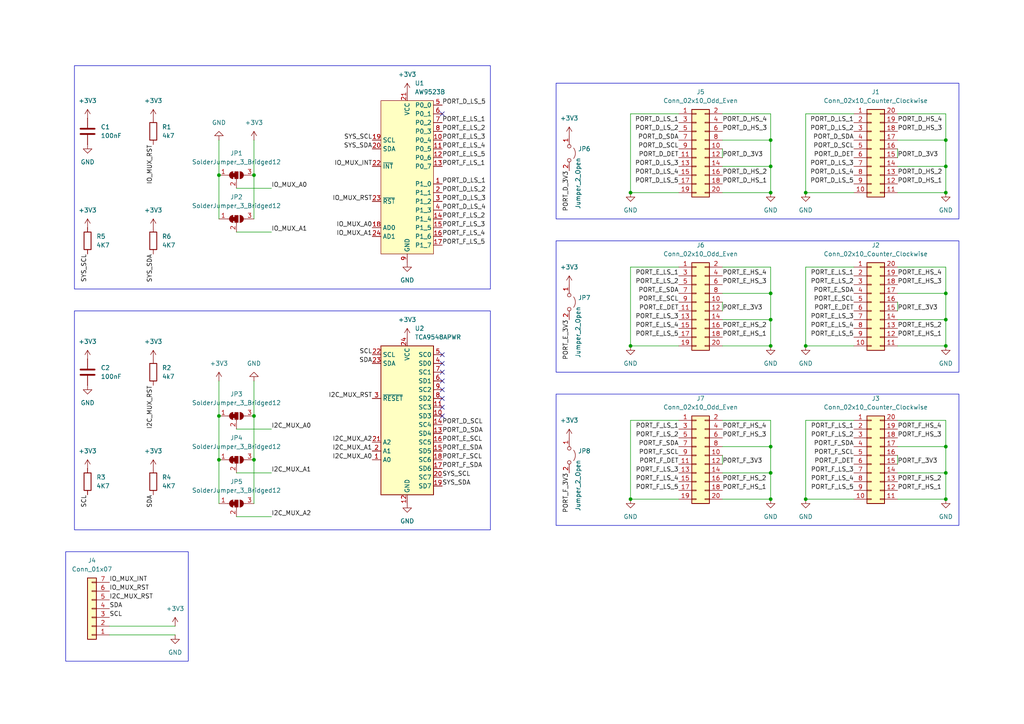
<source format=kicad_sch>
(kicad_sch (version 20231120) (generator "eeschema") (generator_version "8.0")
  (paper "A4")
  (lib_symbols
    (symbol "Connector_Generic:Conn_01x07" (pin_names (offset 1.016) hide)
      (property "Reference" "J" (at 0 10.16 0))
      (property "Value" "Conn_01x07" (at 0 -10.16 0))
      (symbol "Conn_01x07_1_1"
        (rectangle (start -1.27 -7.493) (end 0 -7.747) (stroke (width 0.1524)))
        (rectangle (start -1.27 -4.953) (end 0 -5.207) (stroke (width 0.1524)))
        (rectangle (start -1.27 -2.413) (end 0 -2.667) (stroke (width 0.1524)))
        (rectangle (start -1.27 0.127) (end 0 -0.127) (stroke (width 0.1524)))
        (rectangle (start -1.27 2.667) (end 0 2.413) (stroke (width 0.1524)))
        (rectangle (start -1.27 5.207) (end 0 4.953) (stroke (width 0.1524)))
        (rectangle (start -1.27 7.747) (end 0 7.493) (stroke (width 0.1524)))
        (rectangle (start -1.27 8.89) (end 1.27 -8.89) (stroke (width 0.254)) (fill (type background)))
        (pin passive line (at -5.08 7.62 0) (length 3.81) (name "Pin_1") (number "1"))
        (pin passive line (at -5.08 5.08 0) (length 3.81) (name "Pin_2") (number "2"))
        (pin passive line (at -5.08 2.54 0) (length 3.81) (name "Pin_3") (number "3"))
        (pin passive line (at -5.08 0 0) (length 3.81) (name "Pin_4") (number "4"))
        (pin passive line (at -5.08 -2.54 0) (length 3.81) (name "Pin_5") (number "5"))
        (pin passive line (at -5.08 -5.08 0) (length 3.81) (name "Pin_6") (number "6"))
        (pin passive line (at -5.08 -7.62 0) (length 3.81) (name "Pin_7") (number "7"))
      )
    )
    (symbol "Connector_Generic:Conn_02x10_Counter_Clockwise" (pin_names (offset 1.016) hide)
      (property "Reference" "J" (at 1.27 12.7 0))
      (property "Value" "Conn_02x10_Counter_Clockwise" (at 1.27 -15.24 0))
      (symbol "Conn_02x10_Counter_Clockwise_1_1"
        (rectangle (start -1.27 -12.573) (end 0 -12.827) (stroke (width 0.1524)))
        (rectangle (start -1.27 -10.033) (end 0 -10.287) (stroke (width 0.1524)))
        (rectangle (start -1.27 -7.493) (end 0 -7.747) (stroke (width 0.1524)))
        (rectangle (start -1.27 -4.953) (end 0 -5.207) (stroke (width 0.1524)))
        (rectangle (start -1.27 -2.413) (end 0 -2.667) (stroke (width 0.1524)))
        (rectangle (start -1.27 0.127) (end 0 -0.127) (stroke (width 0.1524)))
        (rectangle (start -1.27 2.667) (end 0 2.413) (stroke (width 0.1524)))
        (rectangle (start -1.27 5.207) (end 0 4.953) (stroke (width 0.1524)))
        (rectangle (start -1.27 7.747) (end 0 7.493) (stroke (width 0.1524)))
        (rectangle (start -1.27 10.287) (end 0 10.033) (stroke (width 0.1524)))
        (rectangle (start -1.27 11.43) (end 3.81 -13.97) (stroke (width 0.254)) (fill (type background)))
        (rectangle (start 3.81 -12.573) (end 2.54 -12.827) (stroke (width 0.1524)))
        (rectangle (start 3.81 -10.033) (end 2.54 -10.287) (stroke (width 0.1524)))
        (rectangle (start 3.81 -7.493) (end 2.54 -7.747) (stroke (width 0.1524)))
        (rectangle (start 3.81 -4.953) (end 2.54 -5.207) (stroke (width 0.1524)))
        (rectangle (start 3.81 -2.413) (end 2.54 -2.667) (stroke (width 0.1524)))
        (rectangle (start 3.81 0.127) (end 2.54 -0.127) (stroke (width 0.1524)))
        (rectangle (start 3.81 2.667) (end 2.54 2.413) (stroke (width 0.1524)))
        (rectangle (start 3.81 5.207) (end 2.54 4.953) (stroke (width 0.1524)))
        (rectangle (start 3.81 7.747) (end 2.54 7.493) (stroke (width 0.1524)))
        (rectangle (start 3.81 10.287) (end 2.54 10.033) (stroke (width 0.1524)))
        (pin passive line (at -5.08 10.16 0) (length 3.81) (name "Pin_1") (number "1"))
        (pin passive line (at -5.08 -12.7 0) (length 3.81) (name "Pin_10") (number "10"))
        (pin passive line (at 7.62 -12.7 180) (length 3.81) (name "Pin_11") (number "11"))
        (pin passive line (at 7.62 -10.16 180) (length 3.81) (name "Pin_12") (number "12"))
        (pin passive line (at 7.62 -7.62 180) (length 3.81) (name "Pin_13") (number "13"))
        (pin passive line (at 7.62 -5.08 180) (length 3.81) (name "Pin_14") (number "14"))
        (pin passive line (at 7.62 -2.54 180) (length 3.81) (name "Pin_15") (number "15"))
        (pin passive line (at 7.62 0 180) (length 3.81) (name "Pin_16") (number "16"))
        (pin passive line (at 7.62 2.54 180) (length 3.81) (name "Pin_17") (number "17"))
        (pin passive line (at 7.62 5.08 180) (length 3.81) (name "Pin_18") (number "18"))
        (pin passive line (at 7.62 7.62 180) (length 3.81) (name "Pin_19") (number "19"))
        (pin passive line (at -5.08 7.62 0) (length 3.81) (name "Pin_2") (number "2"))
        (pin passive line (at 7.62 10.16 180) (length 3.81) (name "Pin_20") (number "20"))
        (pin passive line (at -5.08 5.08 0) (length 3.81) (name "Pin_3") (number "3"))
        (pin passive line (at -5.08 2.54 0) (length 3.81) (name "Pin_4") (number "4"))
        (pin passive line (at -5.08 0 0) (length 3.81) (name "Pin_5") (number "5"))
        (pin passive line (at -5.08 -2.54 0) (length 3.81) (name "Pin_6") (number "6"))
        (pin passive line (at -5.08 -5.08 0) (length 3.81) (name "Pin_7") (number "7"))
        (pin passive line (at -5.08 -7.62 0) (length 3.81) (name "Pin_8") (number "8"))
        (pin passive line (at -5.08 -10.16 0) (length 3.81) (name "Pin_9") (number "9"))
      )
    )
    (symbol "Connector_Generic:Conn_02x10_Odd_Even" (pin_names (offset 1.016) hide)
      (property "Reference" "J" (at 1.27 12.7 0))
      (property "Value" "Conn_02x10_Odd_Even" (at 1.27 -15.24 0))
      (symbol "Conn_02x10_Odd_Even_1_1"
        (rectangle (start -1.27 -12.573) (end 0 -12.827) (stroke (width 0.1524)))
        (rectangle (start -1.27 -10.033) (end 0 -10.287) (stroke (width 0.1524)))
        (rectangle (start -1.27 -7.493) (end 0 -7.747) (stroke (width 0.1524)))
        (rectangle (start -1.27 -4.953) (end 0 -5.207) (stroke (width 0.1524)))
        (rectangle (start -1.27 -2.413) (end 0 -2.667) (stroke (width 0.1524)))
        (rectangle (start -1.27 0.127) (end 0 -0.127) (stroke (width 0.1524)))
        (rectangle (start -1.27 2.667) (end 0 2.413) (stroke (width 0.1524)))
        (rectangle (start -1.27 5.207) (end 0 4.953) (stroke (width 0.1524)))
        (rectangle (start -1.27 7.747) (end 0 7.493) (stroke (width 0.1524)))
        (rectangle (start -1.27 10.287) (end 0 10.033) (stroke (width 0.1524)))
        (rectangle (start -1.27 11.43) (end 3.81 -13.97) (stroke (width 0.254)) (fill (type background)))
        (rectangle (start 3.81 -12.573) (end 2.54 -12.827) (stroke (width 0.1524)))
        (rectangle (start 3.81 -10.033) (end 2.54 -10.287) (stroke (width 0.1524)))
        (rectangle (start 3.81 -7.493) (end 2.54 -7.747) (stroke (width 0.1524)))
        (rectangle (start 3.81 -4.953) (end 2.54 -5.207) (stroke (width 0.1524)))
        (rectangle (start 3.81 -2.413) (end 2.54 -2.667) (stroke (width 0.1524)))
        (rectangle (start 3.81 0.127) (end 2.54 -0.127) (stroke (width 0.1524)))
        (rectangle (start 3.81 2.667) (end 2.54 2.413) (stroke (width 0.1524)))
        (rectangle (start 3.81 5.207) (end 2.54 4.953) (stroke (width 0.1524)))
        (rectangle (start 3.81 7.747) (end 2.54 7.493) (stroke (width 0.1524)))
        (rectangle (start 3.81 10.287) (end 2.54 10.033) (stroke (width 0.1524)))
        (pin passive line (at -5.08 10.16 0) (length 3.81) (name "Pin_1") (number "1"))
        (pin passive line (at 7.62 0 180) (length 3.81) (name "Pin_10") (number "10"))
        (pin passive line (at -5.08 -2.54 0) (length 3.81) (name "Pin_11") (number "11"))
        (pin passive line (at 7.62 -2.54 180) (length 3.81) (name "Pin_12") (number "12"))
        (pin passive line (at -5.08 -5.08 0) (length 3.81) (name "Pin_13") (number "13"))
        (pin passive line (at 7.62 -5.08 180) (length 3.81) (name "Pin_14") (number "14"))
        (pin passive line (at -5.08 -7.62 0) (length 3.81) (name "Pin_15") (number "15"))
        (pin passive line (at 7.62 -7.62 180) (length 3.81) (name "Pin_16") (number "16"))
        (pin passive line (at -5.08 -10.16 0) (length 3.81) (name "Pin_17") (number "17"))
        (pin passive line (at 7.62 -10.16 180) (length 3.81) (name "Pin_18") (number "18"))
        (pin passive line (at -5.08 -12.7 0) (length 3.81) (name "Pin_19") (number "19"))
        (pin passive line (at 7.62 10.16 180) (length 3.81) (name "Pin_2") (number "2"))
        (pin passive line (at 7.62 -12.7 180) (length 3.81) (name "Pin_20") (number "20"))
        (pin passive line (at -5.08 7.62 0) (length 3.81) (name "Pin_3") (number "3"))
        (pin passive line (at 7.62 7.62 180) (length 3.81) (name "Pin_4") (number "4"))
        (pin passive line (at -5.08 5.08 0) (length 3.81) (name "Pin_5") (number "5"))
        (pin passive line (at 7.62 5.08 180) (length 3.81) (name "Pin_6") (number "6"))
        (pin passive line (at -5.08 2.54 0) (length 3.81) (name "Pin_7") (number "7"))
        (pin passive line (at 7.62 2.54 180) (length 3.81) (name "Pin_8") (number "8"))
        (pin passive line (at -5.08 0 0) (length 3.81) (name "Pin_9") (number "9"))
      )
    )
    (symbol "Device:C" (pin_numbers hide) (pin_names (offset 0.254))
      (property "Reference" "C" (at 0.635 2.54 0))
      (property "Value" "C" (at 0.635 -2.54 0))
      (symbol "C_0_1"
        (polyline (pts (xy -2.032 -0.762) (xy 2.032 -0.762)) (stroke (width 0.508)))
        (polyline (pts (xy -2.032 0.762) (xy 2.032 0.762)) (stroke (width 0.508)))
      )
      (symbol "C_1_1"
        (pin passive line (at 0 3.81 270) (length 2.794) (name "~") (number "1"))
        (pin passive line (at 0 -3.81 90) (length 2.794) (name "~") (number "2"))
      )
    )
    (symbol "Device:R" (pin_numbers hide) (pin_names (offset 0))
      (property "Reference" "R" (at 2.032 0 90))
      (property "Value" "R" (at 0 0 90))
      (symbol "R_0_1"
        (rectangle (start -1.016 -2.54) (end 1.016 2.54) (stroke (width 0.254)))
      )
      (symbol "R_1_1"
        (pin passive line (at 0 3.81 270) (length 1.27) (name "~") (number "1"))
        (pin passive line (at 0 -3.81 90) (length 1.27) (name "~") (number "2"))
      )
    )
    (symbol "Interface_Expansion:TCA9548APWR"
      (property "Reference" "U" (at -7.62 21.59 0))
      (property "Value" "TCA9548APWR" (at 1.016 21.59 0))
      (symbol "TCA9548APWR_0_1"
        (rectangle (start -7.62 20.32) (end 7.62 -22.86) (stroke (width 0.254)) (fill (type background)))
      )
      (symbol "TCA9548APWR_1_1"
        (pin input line (at -10.16 -12.7 0) (length 2.54) (name "A0") (number "1"))
        (pin bidirectional line (at 10.16 0 180) (length 2.54) (name "SD3") (number "10"))
        (pin output line (at 10.16 2.54 180) (length 2.54) (name "SC3") (number "11"))
        (pin power_in line (at 0 -25.4 90) (length 2.54) (name "GND") (number "12"))
        (pin bidirectional line (at 10.16 -5.08 180) (length 2.54) (name "SD4") (number "13"))
        (pin output line (at 10.16 -2.54 180) (length 2.54) (name "SC4") (number "14"))
        (pin bidirectional line (at 10.16 -10.16 180) (length 2.54) (name "SD5") (number "15"))
        (pin output line (at 10.16 -7.62 180) (length 2.54) (name "SC5") (number "16"))
        (pin bidirectional line (at 10.16 -15.24 180) (length 2.54) (name "SD6") (number "17"))
        (pin output line (at 10.16 -12.7 180) (length 2.54) (name "SC6") (number "18"))
        (pin bidirectional line (at 10.16 -20.32 180) (length 2.54) (name "SD7") (number "19"))
        (pin input line (at -10.16 -10.16 0) (length 2.54) (name "A1") (number "2"))
        (pin output line (at 10.16 -17.78 180) (length 2.54) (name "SC7") (number "20"))
        (pin input line (at -10.16 -7.62 0) (length 2.54) (name "A2") (number "21"))
        (pin input line (at -10.16 17.78 0) (length 2.54) (name "SCL") (number "22"))
        (pin bidirectional line (at -10.16 15.24 0) (length 2.54) (name "SDA") (number "23"))
        (pin power_in line (at 0 22.86 270) (length 2.54) (name "VCC") (number "24"))
        (pin input line (at -10.16 5.08 0) (length 2.54) (name "~{RESET}") (number "3"))
        (pin bidirectional line (at 10.16 15.24 180) (length 2.54) (name "SD0") (number "4"))
        (pin output line (at 10.16 17.78 180) (length 2.54) (name "SC0") (number "5"))
        (pin bidirectional line (at 10.16 10.16 180) (length 2.54) (name "SD1") (number "6"))
        (pin output line (at 10.16 12.7 180) (length 2.54) (name "SC1") (number "7"))
        (pin bidirectional line (at 10.16 5.08 180) (length 2.54) (name "SD2") (number "8"))
        (pin output line (at 10.16 7.62 180) (length 2.54) (name "SC2") (number "9"))
      )
    )
    (symbol "Jumper:Jumper_2_Open" (pin_names (offset 0) hide)
      (property "Reference" "JP" (at 0 2.794 0))
      (property "Value" "Jumper_2_Open" (at 0 -2.286 0))
      (symbol "Jumper_2_Open_0_0"
        (circle (center -2.032 0) (radius 0.508))
        (circle (center 2.032 0) (radius 0.508))
      )
      (symbol "Jumper_2_Open_0_1"
        (arc (start 1.524 1.27) (mid 0 1.778) (end -1.524 1.27))
      )
      (symbol "Jumper_2_Open_1_1"
        (pin passive line (at -5.08 0 0) (length 2.54) (name "A") (number "1"))
        (pin passive line (at 5.08 0 180) (length 2.54) (name "B") (number "2"))
      )
    )
    (symbol "Jumper:SolderJumper_3_Bridged12" (pin_names (offset 0) hide)
      (property "Reference" "JP" (at -2.54 -2.54 0))
      (property "Value" "SolderJumper_3_Bridged12" (at 0 2.794 0))
      (symbol "SolderJumper_3_Bridged12_0_1"
        (rectangle (start -1.016 0.508) (end -0.508 -0.508) (fill (type outline)))
        (arc (start -1.016 1.016) (mid -2.0276 0) (end -1.016 -1.016))
        (arc (start -1.016 1.016) (mid -2.0276 0) (end -1.016 -1.016) (fill (type outline)))
        (rectangle (start -0.508 1.016) (end 0.508 -1.016) (fill (type outline)))
        (polyline (pts (xy -2.54 0) (xy -2.032 0)))
        (polyline (pts (xy -1.016 1.016) (xy -1.016 -1.016)))
        (polyline (pts (xy 0 -1.27) (xy 0 -1.016)))
        (polyline (pts (xy 1.016 1.016) (xy 1.016 -1.016)))
        (polyline (pts (xy 2.54 0) (xy 2.032 0)))
        (arc (start 1.016 -1.016) (mid 2.0276 0) (end 1.016 1.016))
        (arc (start 1.016 -1.016) (mid 2.0276 0) (end 1.016 1.016) (fill (type outline)))
      )
      (symbol "SolderJumper_3_Bridged12_1_1"
        (pin passive line (at -5.08 0 0) (length 2.54) (name "A") (number "1"))
        (pin passive line (at 0 -3.81 90) (length 2.54) (name "C") (number "2"))
        (pin passive line (at 5.08 0 180) (length 2.54) (name "B") (number "3"))
      )
    )
    (symbol "power:+3V3" (power) (pin_numbers hide) (pin_names (offset 0) hide)
      (property "Value" "+3V3" (at 0 3.556 0))
      (symbol "+3V3_0_1"
        (polyline (pts (xy -0.762 1.27) (xy 0 2.54)))
        (polyline (pts (xy 0 0) (xy 0 2.54)))
        (polyline (pts (xy 0 2.54) (xy 0.762 1.27)))
      )
      (symbol "+3V3_1_1"
        (pin power_in line (at 0 0 90) (length 0) (name "~") (number "1"))
      )
    )
    (symbol "power:GND" (power) (pin_numbers hide) (pin_names (offset 0) hide)
      (property "Value" "GND" (at 0 -3.81 0))
      (symbol "GND_0_1"
        (polyline (pts (xy 0 0) (xy 0 -1.27) (xy 1.27 -1.27) (xy 0 -2.54) (xy -1.27 -1.27) (xy 0 -1.27)))
      )
      (symbol "GND_1_1"
        (pin power_in line (at 0 0 270) (length 0) (name "~") (number "1"))
      )
    )
    (symbol "tildagon:AW9523B"
      (property "Reference" "U" (at 0 0 0))
      (property "Value" "AW9523B" (at 0 0 0))
      (symbol "AW9523B_1_1"
        (rectangle (start -7.62 21.59) (end 7.62 -22.86) (fill (type background)))
        (pin tri_state line (at 10.16 -2.54 180) (length 2.54) (name "P1_0") (number "1"))
        (pin tri_state line (at 10.16 10.16 180) (length 2.54) (name "P0_4") (number "10"))
        (pin tri_state line (at 10.16 7.62 180) (length 2.54) (name "P0_5") (number "11"))
        (pin tri_state line (at 10.16 5.08 180) (length 2.54) (name "P0_6") (number "12"))
        (pin tri_state line (at 10.16 2.54 180) (length 2.54) (name "P0_7") (number "13"))
        (pin tri_state line (at 10.16 -12.7 180) (length 2.54) (name "P1_4") (number "14"))
        (pin tri_state line (at 10.16 -15.24 180) (length 2.54) (name "P1_5") (number "15"))
        (pin tri_state line (at 10.16 -17.78 180) (length 2.54) (name "P1_6") (number "16"))
        (pin tri_state line (at 10.16 -20.32 180) (length 2.54) (name "P1_7") (number "17"))
        (pin input line (at -10.16 -15.24 0) (length 2.54) (name "AD0") (number "18"))
        (pin input line (at -10.16 10.16 0) (length 2.54) (name "SCL") (number "19"))
        (pin tri_state line (at 10.16 -5.08 180) (length 2.54) (name "P1_1") (number "2"))
        (pin input line (at -10.16 7.62 0) (length 2.54) (name "SDA") (number "20"))
        (pin power_in line (at 0 24.13 270) (length 2.54) (name "VCC") (number "21"))
        (pin open_collector line (at -10.16 2.54 0) (length 2.54) (name "~{INT}") (number "22"))
        (pin input line (at -10.16 -7.62 0) (length 2.54) (name "~{RST}") (number "23"))
        (pin input line (at -10.16 -17.78 0) (length 2.54) (name "AD1") (number "24"))
        (pin passive line (at 0 -25.4 90) (length 2.54) hide (name "GND") (number "25"))
        (pin tri_state line (at 10.16 -7.62 180) (length 2.54) (name "P1_2") (number "3"))
        (pin tri_state line (at 10.16 -10.16 180) (length 2.54) (name "P1_3") (number "4"))
        (pin tri_state line (at 10.16 20.32 180) (length 2.54) (name "P0_0") (number "5"))
        (pin tri_state line (at 10.16 17.78 180) (length 2.54) (name "P0_1") (number "6"))
        (pin tri_state line (at 10.16 15.24 180) (length 2.54) (name "P0_2") (number "7"))
        (pin tri_state line (at 10.16 12.7 180) (length 2.54) (name "P0_3") (number "8"))
        (pin power_in line (at 0 -25.4 90) (length 2.54) (name "GND") (number "9"))
      )
    )
  )
  (junction (at 223.52 40.64))
  (junction (at 233.68 55.88))
  (junction (at 63.5 133.35))
  (junction (at 274.32 100.33))
  (junction (at 223.52 48.26))
  (junction (at 274.32 55.88))
  (junction (at 274.32 129.54))
  (junction (at 223.52 129.54))
  (junction (at 223.52 137.16))
  (junction (at 182.88 144.78))
  (junction (at 274.32 48.26))
  (junction (at 274.32 85.09))
  (junction (at 73.66 120.65))
  (junction (at 223.52 85.09))
  (junction (at 182.88 100.33))
  (junction (at 223.52 92.71))
  (junction (at 223.52 144.78))
  (junction (at 73.66 50.8))
  (junction (at 63.5 120.65))
  (junction (at 274.32 137.16))
  (junction (at 274.32 144.78))
  (junction (at 274.32 40.64))
  (junction (at 223.52 100.33))
  (junction (at 182.88 55.88))
  (junction (at 63.5 50.8))
  (junction (at 233.68 144.78))
  (junction (at 274.32 92.71))
  (junction (at 223.52 55.88))
  (junction (at 233.68 100.33))
  (junction (at 73.66 133.35))
  (no_connect (at 128.27 102.87))
  (no_connect (at 128.27 110.49))
  (no_connect (at 128.27 107.95))
  (no_connect (at 128.27 115.57))
  (no_connect (at 128.27 33.02))
  (no_connect (at 128.27 113.03))
  (no_connect (at 128.27 118.11))
  (no_connect (at 128.27 105.41))
  (no_connect (at 128.27 120.65))
  (wire (pts (xy 182.88 100.33) (xy 196.85 100.33)))
  (wire (pts (xy 274.32 48.26) (xy 274.32 55.88)))
  (wire (pts (xy 274.32 77.47) (xy 274.32 85.09)))
  (wire (pts (xy 233.68 77.47) (xy 233.68 100.33)))
  (wire (pts (xy 233.68 121.92) (xy 233.68 144.78)))
  (wire (pts (xy 223.52 121.92) (xy 223.52 129.54)))
  (wire (pts (xy 182.88 144.78) (xy 196.85 144.78)))
  (wire (pts (xy 209.55 137.16) (xy 223.52 137.16)))
  (wire (pts (xy 196.85 77.47) (xy 182.88 77.47)))
  (wire (pts (xy 223.52 77.47) (xy 223.52 85.09)))
  (wire (pts (xy 233.68 33.02) (xy 247.65 33.02)))
  (wire (pts (xy 209.55 43.18) (xy 209.55 45.72)))
  (wire (pts (xy 233.68 100.33) (xy 247.65 100.33)))
  (wire (pts (xy 73.66 40.64) (xy 73.66 50.8)))
  (wire (pts (xy 223.52 40.64) (xy 223.52 48.26)))
  (wire (pts (xy 63.5 133.35) (xy 63.5 146.05)))
  (wire (pts (xy 68.58 67.31) (xy 78.74 67.31)))
  (wire (pts (xy 73.66 120.65) (xy 73.66 133.35)))
  (wire (pts (xy 196.85 121.92) (xy 182.88 121.92)))
  (wire (pts (xy 63.5 40.64) (xy 63.5 50.8)))
  (wire (pts (xy 260.35 92.71) (xy 274.32 92.71)))
  (wire (pts (xy 73.66 133.35) (xy 73.66 146.05)))
  (wire (pts (xy 223.52 77.47) (xy 209.55 77.47)))
  (wire (pts (xy 260.35 48.26) (xy 274.32 48.26)))
  (wire (pts (xy 260.35 132.08) (xy 260.35 134.62)))
  (wire (pts (xy 223.52 137.16) (xy 223.52 144.78)))
  (wire (pts (xy 73.66 50.8) (xy 73.66 63.5)))
  (wire (pts (xy 68.58 124.46) (xy 78.74 124.46)))
  (wire (pts (xy 233.68 121.92) (xy 247.65 121.92)))
  (wire (pts (xy 233.68 77.47) (xy 247.65 77.47)))
  (wire (pts (xy 260.35 121.92) (xy 274.32 121.92)))
  (wire (pts (xy 260.35 55.88) (xy 274.32 55.88)))
  (wire (pts (xy 260.35 77.47) (xy 274.32 77.47)))
  (wire (pts (xy 182.88 121.92) (xy 182.88 144.78)))
  (wire (pts (xy 233.68 55.88) (xy 247.65 55.88)))
  (wire (pts (xy 260.35 33.02) (xy 274.32 33.02)))
  (wire (pts (xy 209.55 129.54) (xy 223.52 129.54)))
  (wire (pts (xy 182.88 33.02) (xy 182.88 55.88)))
  (wire (pts (xy 209.55 144.78) (xy 223.52 144.78)))
  (wire (pts (xy 274.32 129.54) (xy 274.32 137.16)))
  (wire (pts (xy 260.35 100.33) (xy 274.32 100.33)))
  (wire (pts (xy 68.58 137.16) (xy 78.74 137.16)))
  (wire (pts (xy 274.32 137.16) (xy 274.32 144.78)))
  (wire (pts (xy 260.35 87.63) (xy 260.35 90.17)))
  (wire (pts (xy 209.55 55.88) (xy 223.52 55.88)))
  (wire (pts (xy 209.55 87.63) (xy 209.55 90.17)))
  (wire (pts (xy 182.88 55.88) (xy 196.85 55.88)))
  (wire (pts (xy 274.32 121.92) (xy 274.32 129.54)))
  (wire (pts (xy 209.55 85.09) (xy 223.52 85.09)))
  (wire (pts (xy 223.52 85.09) (xy 223.52 92.71)))
  (wire (pts (xy 223.52 33.02) (xy 223.52 40.64)))
  (wire (pts (xy 223.52 48.26) (xy 223.52 55.88)))
  (wire (pts (xy 233.68 33.02) (xy 233.68 55.88)))
  (wire (pts (xy 196.85 33.02) (xy 182.88 33.02)))
  (wire (pts (xy 68.58 54.61) (xy 78.74 54.61)))
  (wire (pts (xy 223.52 33.02) (xy 209.55 33.02)))
  (wire (pts (xy 260.35 43.18) (xy 260.35 45.72)))
  (wire (pts (xy 274.32 33.02) (xy 274.32 40.64)))
  (wire (pts (xy 73.66 110.49) (xy 73.66 120.65)))
  (wire (pts (xy 31.75 181.61) (xy 50.8 181.61)))
  (wire (pts (xy 223.52 129.54) (xy 223.52 137.16)))
  (wire (pts (xy 209.55 132.08) (xy 209.55 134.62)))
  (wire (pts (xy 223.52 92.71) (xy 223.52 100.33)))
  (wire (pts (xy 63.5 120.65) (xy 63.5 133.35)))
  (wire (pts (xy 260.35 40.64) (xy 274.32 40.64)))
  (wire (pts (xy 68.58 149.86) (xy 78.74 149.86)))
  (wire (pts (xy 260.35 137.16) (xy 274.32 137.16)))
  (wire (pts (xy 274.32 40.64) (xy 274.32 48.26)))
  (wire (pts (xy 260.35 144.78) (xy 274.32 144.78)))
  (wire (pts (xy 274.32 92.71) (xy 274.32 100.33)))
  (wire (pts (xy 233.68 144.78) (xy 247.65 144.78)))
  (wire (pts (xy 209.55 48.26) (xy 223.52 48.26)))
  (wire (pts (xy 209.55 40.64) (xy 223.52 40.64)))
  (wire (pts (xy 223.52 121.92) (xy 209.55 121.92)))
  (wire (pts (xy 260.35 129.54) (xy 274.32 129.54)))
  (wire (pts (xy 182.88 77.47) (xy 182.88 100.33)))
  (wire (pts (xy 63.5 110.49) (xy 63.5 120.65)))
  (wire (pts (xy 260.35 85.09) (xy 274.32 85.09)))
  (wire (pts (xy 63.5 50.8) (xy 63.5 63.5)))
  (wire (pts (xy 31.75 184.15) (xy 50.8 184.15)))
  (wire (pts (xy 209.55 100.33) (xy 223.52 100.33)))
  (wire (pts (xy 274.32 85.09) (xy 274.32 92.71)))
  (wire (pts (xy 209.55 92.71) (xy 223.52 92.71)))
  (rectangle (start 21.59 19.05) (end 142.24 83.82))
  (rectangle (start 161.29 114.3) (end 278.13 152.4))
  (rectangle (start 161.29 24.13) (end 278.13 63.5))
  (rectangle (start 161.29 69.85) (end 278.13 107.95))
  (rectangle (start 19.05 160.02) (end 54.61 191.77))
  (rectangle (start 21.59 90.17) (end 142.24 153.67))
  (label "PORT_D_LS_1" (at 196.85 35.56 180))
  (label "PORT_E_LS_2" (at 247.65 82.55 180))
  (label "SYS_SDA" (at 44.45 73.66 270))
  (label "PORT_F_SDA" (at 128.27 135.89 0))
  (label "PORT_D_SDA" (at 128.27 125.73 0))
  (label "I2C_MUX_RST" (at 44.45 111.76 270))
  (label "PORT_D_LS_2" (at 128.27 55.88 0))
  (label "PORT_F_DET" (at 247.65 134.62 180))
  (label "PORT_F_HS_1" (at 209.55 142.24 0))
  (label "PORT_D_HS_4" (at 260.35 35.56 0))
  (label "PORT_F_3V3" (at 209.55 134.62 0))
  (label "PORT_D_HS_4" (at 209.55 35.56 0))
  (label "PORT_D_LS_4" (at 196.85 50.8 180))
  (label "SDA" (at 31.75 176.53 0))
  (label "PORT_F_HS_2" (at 260.35 139.7 0))
  (label "PORT_D_SDA" (at 247.65 40.64 180))
  (label "PORT_D_LS_3" (at 128.27 58.42 0))
  (label "PORT_D_HS_3" (at 260.35 38.1 0))
  (label "I2C_MUX_A1" (at 107.95 130.81 180))
  (label "PORT_D_LS_2" (at 247.65 38.1 180))
  (label "PORT_E_SDA" (at 128.27 130.81 0))
  (label "PORT_E_HS_1" (at 260.35 97.79 0))
  (label "PORT_F_LS_1" (at 128.27 48.26 0))
  (label "PORT_E_DET" (at 196.85 90.17 180))
  (label "PORT_D_LS_4" (at 128.27 60.96 0))
  (label "PORT_E_LS_1" (at 196.85 80.01 180))
  (label "PORT_F_LS_4" (at 196.85 139.7 180))
  (label "PORT_E_LS_5" (at 247.65 97.79 180))
  (label "PORT_F_LS_2" (at 128.27 63.5 0))
  (label "PORT_F_LS_1" (at 247.65 124.46 180))
  (label "PORT_F_HS_4" (at 209.55 124.46 0))
  (label "PORT_F_SDA" (at 247.65 129.54 180))
  (label "PORT_D_LS_3" (at 196.85 48.26 180))
  (label "SYS_SDA" (at 107.95 43.18 180))
  (label "PORT_F_HS_4" (at 260.35 124.46 0))
  (label "I2C_MUX_RST" (at 31.75 173.99 0))
  (label "IO_MUX_A1" (at 107.95 68.58 180))
  (label "PORT_F_DET" (at 196.85 134.62 180))
  (label "PORT_E_LS_3" (at 247.65 92.71 180))
  (label "PORT_D_HS_2" (at 260.35 50.8 0))
  (label "SYS_SCL" (at 25.4 73.66 270))
  (label "PORT_E_SCL" (at 128.27 128.27 0))
  (label "PORT_E_DET" (at 247.65 90.17 180))
  (label "PORT_F_LS_2" (at 196.85 127 180))
  (label "SYS_SCL" (at 107.95 40.64 180))
  (label "PORT_F_HS_3" (at 260.35 127 0))
  (label "PORT_D_HS_3" (at 209.55 38.1 0))
  (label "PORT_F_HS_3" (at 209.55 127 0))
  (label "PORT_E_LS_5" (at 196.85 97.79 180))
  (label "I2C_MUX_A0" (at 107.95 133.35 180))
  (label "I2C_MUX_A0" (at 78.74 124.46 0))
  (label "PORT_E_HS_4" (at 209.55 80.01 0))
  (label "I2C_MUX_RST" (at 107.95 115.57 180))
  (label "SCL" (at 107.95 102.87 180))
  (label "PORT_D_LS_3" (at 247.65 48.26 180))
  (label "PORT_D_LS_1" (at 128.27 53.34 0))
  (label "PORT_F_HS_1" (at 260.35 142.24 0))
  (label "PORT_D_HS_1" (at 260.35 53.34 0))
  (label "PORT_E_SCL" (at 196.85 87.63 180))
  (label "SCL" (at 31.75 179.07 0))
  (label "PORT_D_SCL" (at 196.85 43.18 180))
  (label "PORT_E_HS_1" (at 209.55 97.79 0))
  (label "SDA" (at 44.45 143.51 270))
  (label "PORT_D_DET" (at 247.65 45.72 180))
  (label "PORT_F_LS_4" (at 247.65 139.7 180))
  (label "PORT_D_LS_4" (at 247.65 50.8 180))
  (label "PORT_D_LS_5" (at 247.65 53.34 180))
  (label "PORT_F_LS_5" (at 128.27 71.12 0))
  (label "PORT_E_LS_5" (at 128.27 45.72 0))
  (label "SYS_SCL" (at 128.27 138.43 0))
  (label "PORT_E_HS_3" (at 260.35 82.55 0))
  (label "PORT_E_HS_2" (at 209.55 95.25 0))
  (label "PORT_F_HS_2" (at 209.55 139.7 0))
  (label "PORT_D_LS_1" (at 247.65 35.56 180))
  (label "PORT_E_LS_3" (at 128.27 40.64 0))
  (label "PORT_E_HS_3" (at 209.55 82.55 0))
  (label "PORT_D_SDA" (at 196.85 40.64 180))
  (label "PORT_E_SCL" (at 247.65 87.63 180))
  (label "SYS_SDA" (at 128.27 140.97 0))
  (label "PORT_E_HS_2" (at 260.35 95.25 0))
  (label "PORT_D_3V3" (at 165.1 49.53 270))
  (label "PORT_F_3V3" (at 260.35 134.62 0))
  (label "IO_MUX_A0" (at 107.95 66.04 180))
  (label "PORT_F_LS_1" (at 196.85 124.46 180))
  (label "PORT_F_3V3" (at 165.1 137.16 270))
  (label "IO_MUX_RST" (at 44.45 41.91 270))
  (label "PORT_D_HS_2" (at 209.55 50.8 0))
  (label "PORT_E_LS_3" (at 196.85 92.71 180))
  (label "IO_MUX_A1" (at 78.74 67.31 0))
  (label "PORT_E_LS_1" (at 247.65 80.01 180))
  (label "PORT_F_LS_3" (at 247.65 137.16 180))
  (label "IO_MUX_RST" (at 107.95 58.42 180))
  (label "IO_MUX_INT" (at 107.95 48.26 180))
  (label "PORT_E_HS_4" (at 260.35 80.01 0))
  (label "PORT_D_HS_1" (at 209.55 53.34 0))
  (label "PORT_D_3V3" (at 209.55 45.72 0))
  (label "IO_MUX_INT" (at 31.75 168.91 0))
  (label "PORT_F_LS_5" (at 196.85 142.24 180))
  (label "PORT_E_LS_2" (at 128.27 38.1 0))
  (label "PORT_E_3V3" (at 260.35 90.17 0))
  (label "PORT_F_SCL" (at 196.85 132.08 180))
  (label "PORT_F_SCL" (at 247.65 132.08 180))
  (label "I2C_MUX_A2" (at 107.95 128.27 180))
  (label "PORT_F_SCL" (at 128.27 133.35 0))
  (label "PORT_F_SDA" (at 196.85 129.54 180))
  (label "I2C_MUX_A2" (at 78.74 149.86 0))
  (label "PORT_E_LS_2" (at 196.85 82.55 180))
  (label "PORT_E_3V3" (at 209.55 90.17 0))
  (label "PORT_E_3V3" (at 165.1 92.71 270))
  (label "PORT_E_LS_4" (at 247.65 95.25 180))
  (label "PORT_E_SDA" (at 247.65 85.09 180))
  (label "SCL" (at 25.4 143.51 270))
  (label "PORT_D_LS_5" (at 128.27 30.48 0))
  (label "PORT_D_SCL" (at 247.65 43.18 180))
  (label "PORT_D_LS_2" (at 196.85 38.1 180))
  (label "PORT_D_LS_5" (at 196.85 53.34 180))
  (label "PORT_E_LS_4" (at 196.85 95.25 180))
  (label "PORT_D_DET" (at 196.85 45.72 180))
  (label "PORT_E_LS_1" (at 128.27 35.56 0))
  (label "PORT_D_SCL" (at 128.27 123.19 0))
  (label "PORT_F_LS_3" (at 196.85 137.16 180))
  (label "I2C_MUX_A1" (at 78.74 137.16 0))
  (label "PORT_D_3V3" (at 260.35 45.72 0))
  (label "IO_MUX_RST" (at 31.75 171.45 0))
  (label "IO_MUX_A0" (at 78.74 54.61 0))
  (label "PORT_F_LS_4" (at 128.27 68.58 0))
  (label "PORT_F_LS_2" (at 247.65 127 180))
  (label "PORT_E_LS_4" (at 128.27 43.18 0))
  (label "PORT_F_LS_5" (at 247.65 142.24 180))
  (label "PORT_F_LS_3" (at 128.27 66.04 0))
  (label "PORT_E_SDA" (at 196.85 85.09 180))
  (label "SDA" (at 107.95 105.41 180))
  (symbol (lib_id "Connector_Generic:Conn_02x10_Counter_Clockwise") (at 252.73 87.63 0) (unit 1)
    (property "Reference" "J2" (at 254 71.12 0))
    (property "Value" "Conn_02x10_Counter_Clockwise" (at 254 73.66 0))
    (property "Footprint" "tildagon:SFP" (effects (hide yes)))
    (property "Description" "Generic connector, double row, 02x10, counter clockwise pin numbering scheme (similar to DIP package numbering), script generated (kicad-library-utils/schlib/autogen/connector/)" (effects (hide yes)))
    (property "LCSC" "C2897291" (effects (hide yes)))
  )
  (symbol (lib_id "power:GND") (at 63.5 40.64 180) (unit 1)
    (property "Reference" "#PWR010" (effects (hide yes)))
    (property "Value" "GND" (at 63.5 35.56 0))
    (property "Description" "Power symbol creates a global label with name \"GND\" , ground" (effects (hide yes)))
  )
  (symbol (lib_id "power:+3V3") (at 118.11 26.67 0) (unit 1)
    (property "Reference" "#PWR08" (effects (hide yes)))
    (property "Value" "+3V3" (at 118.11 21.59 0))
    (property "Description" "Power symbol creates a global label with name \"+3V3\"" (effects (hide yes)))
  )
  (symbol (lib_id "power:+3V3") (at 25.4 34.29 0) (unit 1)
    (property "Reference" "#PWR028" (effects (hide yes)))
    (property "Value" "+3V3" (at 25.4 29.21 0))
    (property "Description" "Power symbol creates a global label with name \"+3V3\"" (effects (hide yes)))
  )
  (symbol (lib_id "Device:C") (at 25.4 38.1 0) (unit 1)
    (property "Reference" "C1" (at 29.21 36.8299 0) (effects (justify left)))
    (property "Value" "100nF" (at 29.21 39.3699 0) (effects (justify left)))
    (property "Footprint" "Capacitor_SMD:C_0603_1608Metric" (effects (hide yes)))
    (property "Description" "Unpolarized capacitor" (effects (hide yes)))
    (property "LCSC" "C497032" (effects (hide yes)))
  )
  (symbol (lib_id "power:GND") (at 25.4 41.91 0) (unit 1)
    (property "Reference" "#PWR029" (effects (hide yes)))
    (property "Value" "GND" (at 25.4 46.99 0))
    (property "Description" "Power symbol creates a global label with name \"GND\" , ground" (effects (hide yes)))
  )
  (symbol (lib_id "Jumper:Jumper_2_Open") (at 165.1 87.63 270) (unit 1)
    (property "Reference" "JP7" (at 167.64 86.3599 90) (effects (justify left)))
    (property "Value" "Jumper_2_Open" (at 167.64 88.8999 0) (effects (justify left)))
    (property "Footprint" "TestPoint:TestPoint_2Pads_Pitch2.54mm_Drill0.8mm" (effects (hide yes)))
    (property "Description" "Jumper, 2-pole, open" (effects (hide yes)))
  )
  (symbol (lib_id "Device:R") (at 44.45 69.85 0) (unit 1)
    (property "Reference" "R6" (at 46.99 68.5799 0) (effects (justify left)))
    (property "Value" "4K7" (at 46.99 71.1199 0) (effects (justify left)))
    (property "Footprint" "Resistor_SMD:R_0603_1608Metric" (effects (hide yes)))
    (property "Description" "Resistor" (effects (hide yes)))
    (property "LCSC" "C217361" (effects (hide yes)))
  )
  (symbol (lib_id "power:+3V3") (at 50.8 181.61 0) (unit 1)
    (property "Reference" "#PWR018" (effects (hide yes)))
    (property "Value" "+3V3" (at 50.8 176.53 0))
    (property "Description" "Power symbol creates a global label with name \"+3V3\"" (effects (hide yes)))
  )
  (symbol (lib_id "tildagon:AW9523B") (at 118.11 50.8 0) (unit 1)
    (property "Reference" "U1" (at 120.3041 24.13 0) (effects (justify left)))
    (property "Value" "AW9523B" (at 120.3041 26.67 0) (effects (justify left)))
    (property "Footprint" "Package_DFN_QFN:QFN-24-1EP_4x4mm_P0.5mm_EP2.7x2.6mm" (effects (hide yes)))
    (property "Datasheet" "https://cdn-shop.adafruit.com/product-files/4886/AW9523%20English%20Datasheet.pdf" (effects (hide yes)))
    (property "LCSC" "C148077" (effects (hide yes)))
  )
  (symbol (lib_id "power:+3V3") (at 63.5 110.49 0) (unit 1)
    (property "Reference" "#PWR014" (effects (hide yes)))
    (property "Value" "+3V3" (at 63.5 105.41 0))
    (property "Description" "Power symbol creates a global label with name \"+3V3\"" (effects (hide yes)))
  )
  (symbol (lib_id "Connector_Generic:Conn_02x10_Counter_Clockwise") (at 252.73 43.18 0) (unit 1)
    (property "Reference" "J1" (at 254 26.67 0))
    (property "Value" "Conn_02x10_Counter_Clockwise" (at 254 29.21 0))
    (property "Footprint" "tildagon:SFP" (effects (hide yes)))
    (property "Description" "Generic connector, double row, 02x10, counter clockwise pin numbering scheme (similar to DIP package numbering), script generated (kicad-library-utils/schlib/autogen/connector/)" (effects (hide yes)))
    (property "LCSC" "C2897291" (effects (hide yes)))
  )
  (symbol (lib_id "power:GND") (at 182.88 144.78 0) (unit 1)
    (property "Reference" "#PWR026" (effects (hide yes)))
    (property "Value" "GND" (at 182.88 149.86 0))
    (property "Description" "Power symbol creates a global label with name \"GND\" , ground" (effects (hide yes)))
  )
  (symbol (lib_id "power:+3V3") (at 165.1 39.37 0) (unit 1)
    (property "Reference" "#PWR015" (effects (hide yes)))
    (property "Value" "+3V3" (at 165.1 34.29 0))
    (property "Description" "Power symbol creates a global label with name \"+3V3\"" (effects (hide yes)))
  )
  (symbol (lib_id "Device:R") (at 25.4 69.85 0) (unit 1)
    (property "Reference" "R5" (at 27.94 68.5799 0) (effects (justify left)))
    (property "Value" "4K7" (at 27.94 71.1199 0) (effects (justify left)))
    (property "Footprint" "Resistor_SMD:R_0603_1608Metric" (effects (hide yes)))
    (property "Description" "Resistor" (effects (hide yes)))
    (property "LCSC" "C217361" (effects (hide yes)))
  )
  (symbol (lib_id "Connector_Generic:Conn_01x07") (at 26.67 176.53 180) (unit 1)
    (property "Reference" "J4" (at 26.67 162.56 0))
    (property "Value" "Conn_01x07" (at 26.67 165.1 0))
    (property "Footprint" "Connector_PinHeader_2.54mm:PinHeader_1x07_P2.54mm_Vertical" (effects (hide yes)))
    (property "Description" "Generic connector, single row, 01x07, script generated (kicad-library-utils/schlib/autogen/connector/)" (effects (hide yes)))
  )
  (symbol (lib_id "Connector_Generic:Conn_02x10_Counter_Clockwise") (at 252.73 132.08 0) (unit 1)
    (property "Reference" "J3" (at 254 115.57 0))
    (property "Value" "Conn_02x10_Counter_Clockwise" (at 254 118.11 0))
    (property "Footprint" "tildagon:SFP" (effects (hide yes)))
    (property "Description" "Generic connector, double row, 02x10, counter clockwise pin numbering scheme (similar to DIP package numbering), script generated (kicad-library-utils/schlib/autogen/connector/)" (effects (hide yes)))
    (property "LCSC" "C2897291" (effects (hide yes)))
  )
  (symbol (lib_id "Jumper:Jumper_2_Open") (at 165.1 132.08 270) (unit 1)
    (property "Reference" "JP8" (at 167.64 130.8099 90) (effects (justify left)))
    (property "Value" "Jumper_2_Open" (at 167.64 133.3499 0) (effects (justify left)))
    (property "Footprint" "TestPoint:TestPoint_2Pads_Pitch2.54mm_Drill0.8mm" (effects (hide yes)))
    (property "Description" "Jumper, 2-pole, open" (effects (hide yes)))
  )
  (symbol (lib_id "power:+3V3") (at 44.45 104.14 0) (unit 1)
    (property "Reference" "#PWR020" (effects (hide yes)))
    (property "Value" "+3V3" (at 44.45 99.06 0))
    (property "Description" "Power symbol creates a global label with name \"+3V3\"" (effects (hide yes)))
  )
  (symbol (lib_id "power:GND") (at 274.32 144.78 0) (unit 1)
    (property "Reference" "#PWR06" (effects (hide yes)))
    (property "Value" "GND" (at 274.32 149.86 0))
    (property "Description" "Power symbol creates a global label with name \"GND\" , ground" (effects (hide yes)))
  )
  (symbol (lib_id "power:GND") (at 274.32 100.33 0) (unit 1)
    (property "Reference" "#PWR05" (effects (hide yes)))
    (property "Value" "GND" (at 274.32 105.41 0))
    (property "Description" "Power symbol creates a global label with name \"GND\" , ground" (effects (hide yes)))
  )
  (symbol (lib_id "power:+3V3") (at 25.4 104.14 0) (unit 1)
    (property "Reference" "#PWR030" (effects (hide yes)))
    (property "Value" "+3V3" (at 25.4 99.06 0))
    (property "Description" "Power symbol creates a global label with name \"+3V3\"" (effects (hide yes)))
  )
  (symbol (lib_id "power:GND") (at 50.8 184.15 0) (unit 1)
    (property "Reference" "#PWR019" (effects (hide yes)))
    (property "Value" "GND" (at 50.8 189.23 0))
    (property "Description" "Power symbol creates a global label with name \"GND\" , ground" (effects (hide yes)))
  )
  (symbol (lib_id "Connector_Generic:Conn_02x10_Odd_Even") (at 201.93 87.63 0) (unit 1)
    (property "Reference" "J6" (at 203.2 71.12 0))
    (property "Value" "Conn_02x10_Odd_Even" (at 203.2 73.66 0))
    (property "Footprint" "Connector_PinHeader_2.54mm:PinHeader_2x10_P2.54mm_Vertical" (effects (hide yes)))
    (property "Description" "Generic connector, double row, 02x10, odd/even pin numbering scheme (row 1 odd numbers, row 2 even numbers), script generated (kicad-library-utils/schlib/autogen/connector/)" (effects (hide yes)))
  )
  (symbol (lib_id "Jumper:Jumper_2_Open") (at 165.1 44.45 270) (unit 1)
    (property "Reference" "JP6" (at 167.64 43.1799 90) (effects (justify left)))
    (property "Value" "Jumper_2_Open" (at 167.64 45.7199 0) (effects (justify left)))
    (property "Footprint" "TestPoint:TestPoint_2Pads_Pitch2.54mm_Drill0.8mm" (effects (hide yes)))
    (property "Description" "Jumper, 2-pole, open" (effects (hide yes)))
  )
  (symbol (lib_id "power:GND") (at 274.32 55.88 0) (unit 1)
    (property "Reference" "#PWR01" (effects (hide yes)))
    (property "Value" "GND" (at 274.32 60.96 0))
    (property "Description" "Power symbol creates a global label with name \"GND\" , ground" (effects (hide yes)))
  )
  (symbol (lib_id "Device:R") (at 25.4 139.7 0) (unit 1)
    (property "Reference" "R3" (at 27.94 138.4299 0) (effects (justify left)))
    (property "Value" "4K7" (at 27.94 140.9699 0) (effects (justify left)))
    (property "Footprint" "Resistor_SMD:R_0603_1608Metric" (effects (hide yes)))
    (property "Description" "Resistor" (effects (hide yes)))
    (property "LCSC" "C217361" (effects (hide yes)))
  )
  (symbol (lib_id "Interface_Expansion:TCA9548APWR") (at 118.11 120.65 0) (unit 1)
    (property "Reference" "U2" (at 120.3041 95.25 0) (effects (justify left)))
    (property "Value" "TCA9548APWR" (at 120.3041 97.79 0) (effects (justify left)))
    (property "Footprint" "Package_SO:TSSOP-24_4.4x7.8mm_P0.65mm" (effects (hide yes)))
    (property "Datasheet" "http://www.ti.com/lit/ds/symlink/tca9548a.pdf" (effects (hide yes)))
    (property "Description" "Low voltage 8-channel I2C switch with reset, TSSOP-24" (effects (hide yes)))
    (property "LCSC" "C130026" (effects (hide yes)))
  )
  (symbol (lib_id "power:GND") (at 233.68 100.33 0) (unit 1)
    (property "Reference" "#PWR03" (effects (hide yes)))
    (property "Value" "GND" (at 233.68 105.41 0))
    (property "Description" "Power symbol creates a global label with name \"GND\" , ground" (effects (hide yes)))
  )
  (symbol (lib_id "Jumper:SolderJumper_3_Bridged12") (at 68.58 146.05 0) (unit 1)
    (property "Reference" "JP5" (at 68.58 139.7 0))
    (property "Value" "SolderJumper_3_Bridged12" (at 68.58 142.24 0))
    (property "Footprint" "Jumper:SolderJumper-3_P1.3mm_Bridged12_RoundedPad1.0x1.5mm" (effects (hide yes)))
    (property "Description" "3-pole Solder Jumper, pins 1+2 closed/bridged" (effects (hide yes)))
  )
  (symbol (lib_id "power:+3V3") (at 44.45 34.29 0) (unit 1)
    (property "Reference" "#PWR021" (effects (hide yes)))
    (property "Value" "+3V3" (at 44.45 29.21 0))
    (property "Description" "Power symbol creates a global label with name \"+3V3\"" (effects (hide yes)))
  )
  (symbol (lib_id "power:+3V3") (at 73.66 40.64 0) (unit 1)
    (property "Reference" "#PWR09" (effects (hide yes)))
    (property "Value" "+3V3" (at 73.66 35.56 0))
    (property "Description" "Power symbol creates a global label with name \"+3V3\"" (effects (hide yes)))
  )
  (symbol (lib_id "power:+3V3") (at 165.1 127 0) (unit 1)
    (property "Reference" "#PWR017" (effects (hide yes)))
    (property "Value" "+3V3" (at 165.1 121.92 0))
    (property "Description" "Power symbol creates a global label with name \"+3V3\"" (effects (hide yes)))
  )
  (symbol (lib_id "Jumper:SolderJumper_3_Bridged12") (at 68.58 133.35 0) (unit 1)
    (property "Reference" "JP4" (at 68.58 127 0))
    (property "Value" "SolderJumper_3_Bridged12" (at 68.58 129.54 0))
    (property "Footprint" "Jumper:SolderJumper-3_P1.3mm_Bridged12_RoundedPad1.0x1.5mm" (effects (hide yes)))
    (property "Description" "3-pole Solder Jumper, pins 1+2 closed/bridged" (effects (hide yes)))
  )
  (symbol (lib_id "power:+3V3") (at 25.4 135.89 0) (unit 1)
    (property "Reference" "#PWR032" (effects (hide yes)))
    (property "Value" "+3V3" (at 25.4 130.81 0))
    (property "Description" "Power symbol creates a global label with name \"+3V3\"" (effects (hide yes)))
  )
  (symbol (lib_id "power:GND") (at 233.68 55.88 0) (unit 1)
    (property "Reference" "#PWR02" (effects (hide yes)))
    (property "Value" "GND" (at 233.68 60.96 0))
    (property "Description" "Power symbol creates a global label with name \"GND\" , ground" (effects (hide yes)))
  )
  (symbol (lib_id "power:+3V3") (at 165.1 82.55 0) (unit 1)
    (property "Reference" "#PWR016" (effects (hide yes)))
    (property "Value" "+3V3" (at 165.1 77.47 0))
    (property "Description" "Power symbol creates a global label with name \"+3V3\"" (effects (hide yes)))
  )
  (symbol (lib_id "power:GND") (at 182.88 100.33 0) (unit 1)
    (property "Reference" "#PWR024" (effects (hide yes)))
    (property "Value" "GND" (at 182.88 105.41 0))
    (property "Description" "Power symbol creates a global label with name \"GND\" , ground" (effects (hide yes)))
  )
  (symbol (lib_id "power:+3V3") (at 44.45 135.89 0) (unit 1)
    (property "Reference" "#PWR033" (effects (hide yes)))
    (property "Value" "+3V3" (at 44.45 130.81 0))
    (property "Description" "Power symbol creates a global label with name \"+3V3\"" (effects (hide yes)))
  )
  (symbol (lib_id "power:GND") (at 25.4 111.76 0) (unit 1)
    (property "Reference" "#PWR031" (effects (hide yes)))
    (property "Value" "GND" (at 25.4 116.84 0))
    (property "Description" "Power symbol creates a global label with name \"GND\" , ground" (effects (hide yes)))
  )
  (symbol (lib_id "Device:R") (at 44.45 107.95 0) (unit 1)
    (property "Reference" "R2" (at 46.99 106.6799 0) (effects (justify left)))
    (property "Value" "4k7" (at 46.99 109.2199 0) (effects (justify left)))
    (property "Footprint" "Resistor_SMD:R_0603_1608Metric" (effects (hide yes)))
    (property "Description" "Resistor" (effects (hide yes)))
    (property "LCSC" "C217361" (effects (hide yes)))
  )
  (symbol (lib_id "power:GND") (at 118.11 146.05 0) (unit 1)
    (property "Reference" "#PWR012" (effects (hide yes)))
    (property "Value" "GND" (at 118.11 151.13 0))
    (property "Description" "Power symbol creates a global label with name \"GND\" , ground" (effects (hide yes)))
  )
  (symbol (lib_id "power:GND") (at 233.68 144.78 0) (unit 1)
    (property "Reference" "#PWR04" (effects (hide yes)))
    (property "Value" "GND" (at 233.68 149.86 0))
    (property "Description" "Power symbol creates a global label with name \"GND\" , ground" (effects (hide yes)))
  )
  (symbol (lib_id "Connector_Generic:Conn_02x10_Odd_Even") (at 201.93 43.18 0) (unit 1)
    (property "Reference" "J5" (at 203.2 26.67 0))
    (property "Value" "Conn_02x10_Odd_Even" (at 203.2 29.21 0))
    (property "Footprint" "Connector_PinHeader_2.54mm:PinHeader_2x10_P2.54mm_Vertical" (effects (hide yes)))
    (property "Description" "Generic connector, double row, 02x10, odd/even pin numbering scheme (row 1 odd numbers, row 2 even numbers), script generated (kicad-library-utils/schlib/autogen/connector/)" (effects (hide yes)))
  )
  (symbol (lib_id "Device:R") (at 44.45 139.7 0) (unit 1)
    (property "Reference" "R4" (at 46.99 138.4299 0) (effects (justify left)))
    (property "Value" "4K7" (at 46.99 140.9699 0) (effects (justify left)))
    (property "Footprint" "Resistor_SMD:R_0603_1608Metric" (effects (hide yes)))
    (property "Description" "Resistor" (effects (hide yes)))
    (property "LCSC" "C217361" (effects (hide yes)))
  )
  (symbol (lib_id "power:+3V3") (at 118.11 97.79 0) (unit 1)
    (property "Reference" "#PWR011" (effects (hide yes)))
    (property "Value" "+3V3" (at 118.11 92.71 0))
    (property "Description" "Power symbol creates a global label with name \"+3V3\"" (effects (hide yes)))
  )
  (symbol (lib_id "power:GND") (at 223.52 100.33 0) (unit 1)
    (property "Reference" "#PWR025" (effects (hide yes)))
    (property "Value" "GND" (at 223.52 105.41 0))
    (property "Description" "Power symbol creates a global label with name \"GND\" , ground" (effects (hide yes)))
  )
  (symbol (lib_id "Connector_Generic:Conn_02x10_Odd_Even") (at 201.93 132.08 0) (unit 1)
    (property "Reference" "J7" (at 203.2 115.57 0))
    (property "Value" "Conn_02x10_Odd_Even" (at 203.2 118.11 0))
    (property "Footprint" "Connector_PinHeader_2.54mm:PinHeader_2x10_P2.54mm_Vertical" (effects (hide yes)))
    (property "Description" "Generic connector, double row, 02x10, odd/even pin numbering scheme (row 1 odd numbers, row 2 even numbers), script generated (kicad-library-utils/schlib/autogen/connector/)" (effects (hide yes)))
  )
  (symbol (lib_id "power:+3V3") (at 44.45 66.04 0) (unit 1)
    (property "Reference" "#PWR035" (effects (hide yes)))
    (property "Value" "+3V3" (at 44.45 60.96 0))
    (property "Description" "Power symbol creates a global label with name \"+3V3\"" (effects (hide yes)))
  )
  (symbol (lib_id "Jumper:SolderJumper_3_Bridged12") (at 68.58 50.8 0) (unit 1)
    (property "Reference" "JP1" (at 68.58 44.45 0))
    (property "Value" "SolderJumper_3_Bridged12" (at 68.58 46.99 0))
    (property "Footprint" "Jumper:SolderJumper-3_P1.3mm_Bridged12_RoundedPad1.0x1.5mm" (effects (hide yes)))
    (property "Description" "3-pole Solder Jumper, pins 1+2 closed/bridged" (effects (hide yes)))
  )
  (symbol (lib_id "Jumper:SolderJumper_3_Bridged12") (at 68.58 120.65 0) (unit 1)
    (property "Reference" "JP3" (at 68.58 114.3 0))
    (property "Value" "SolderJumper_3_Bridged12" (at 68.58 116.84 0))
    (property "Footprint" "Jumper:SolderJumper-3_P1.3mm_Bridged12_RoundedPad1.0x1.5mm" (effects (hide yes)))
    (property "Description" "3-pole Solder Jumper, pins 1+2 closed/bridged" (effects (hide yes)))
  )
  (symbol (lib_id "power:GND") (at 73.66 110.49 180) (unit 1)
    (property "Reference" "#PWR013" (effects (hide yes)))
    (property "Value" "GND" (at 73.66 105.41 0))
    (property "Description" "Power symbol creates a global label with name \"GND\" , ground" (effects (hide yes)))
  )
  (symbol (lib_id "power:GND") (at 182.88 55.88 0) (unit 1)
    (property "Reference" "#PWR023" (effects (hide yes)))
    (property "Value" "GND" (at 182.88 60.96 0))
    (property "Description" "Power symbol creates a global label with name \"GND\" , ground" (effects (hide yes)))
  )
  (symbol (lib_id "Jumper:SolderJumper_3_Bridged12") (at 68.58 63.5 0) (unit 1)
    (property "Reference" "JP2" (at 68.58 57.15 0))
    (property "Value" "SolderJumper_3_Bridged12" (at 68.58 59.69 0))
    (property "Footprint" "Jumper:SolderJumper-3_P1.3mm_Bridged12_RoundedPad1.0x1.5mm" (effects (hide yes)))
    (property "Description" "3-pole Solder Jumper, pins 1+2 closed/bridged" (effects (hide yes)))
  )
  (symbol (lib_id "power:GND") (at 223.52 144.78 0) (unit 1)
    (property "Reference" "#PWR027" (effects (hide yes)))
    (property "Value" "GND" (at 223.52 149.86 0))
    (property "Description" "Power symbol creates a global label with name \"GND\" , ground" (effects (hide yes)))
  )
  (symbol (lib_id "power:+3V3") (at 25.4 66.04 0) (unit 1)
    (property "Reference" "#PWR034" (effects (hide yes)))
    (property "Value" "+3V3" (at 25.4 60.96 0))
    (property "Description" "Power symbol creates a global label with name \"+3V3\"" (effects (hide yes)))
  )
  (symbol (lib_id "power:GND") (at 118.11 76.2 0) (unit 1)
    (property "Reference" "#PWR07" (effects (hide yes)))
    (property "Value" "GND" (at 118.11 81.28 0))
    (property "Description" "Power symbol creates a global label with name \"GND\" , ground" (effects (hide yes)))
  )
  (symbol (lib_id "Device:C") (at 25.4 107.95 0) (unit 1)
    (property "Reference" "C2" (at 29.21 106.6799 0) (effects (justify left)))
    (property "Value" "100nF" (at 29.21 109.2199 0) (effects (justify left)))
    (property "Footprint" "Capacitor_SMD:C_0603_1608Metric" (effects (hide yes)))
    (property "Description" "Unpolarized capacitor" (effects (hide yes)))
    (property "LCSC" "C497032" (effects (hide yes)))
  )
  (symbol (lib_id "Device:R") (at 44.45 38.1 0) (unit 1)
    (property "Reference" "R1" (at 46.99 36.8299 0) (effects (justify left)))
    (property "Value" "4k7" (at 46.99 39.3699 0) (effects (justify left)))
    (property "Footprint" "Resistor_SMD:R_0603_1608Metric" (effects (hide yes)))
    (property "Description" "Resistor" (effects (hide yes)))
    (property "LCSC" "C217361" (effects (hide yes)))
  )
  (symbol (lib_id "power:GND") (at 223.52 55.88 0) (unit 1)
    (property "Reference" "#PWR022" (effects (hide yes)))
    (property "Value" "GND" (at 223.52 60.96 0))
    (property "Description" "Power symbol creates a global label with name \"GND\" , ground" (effects (hide yes)))
  )
)
</source>
